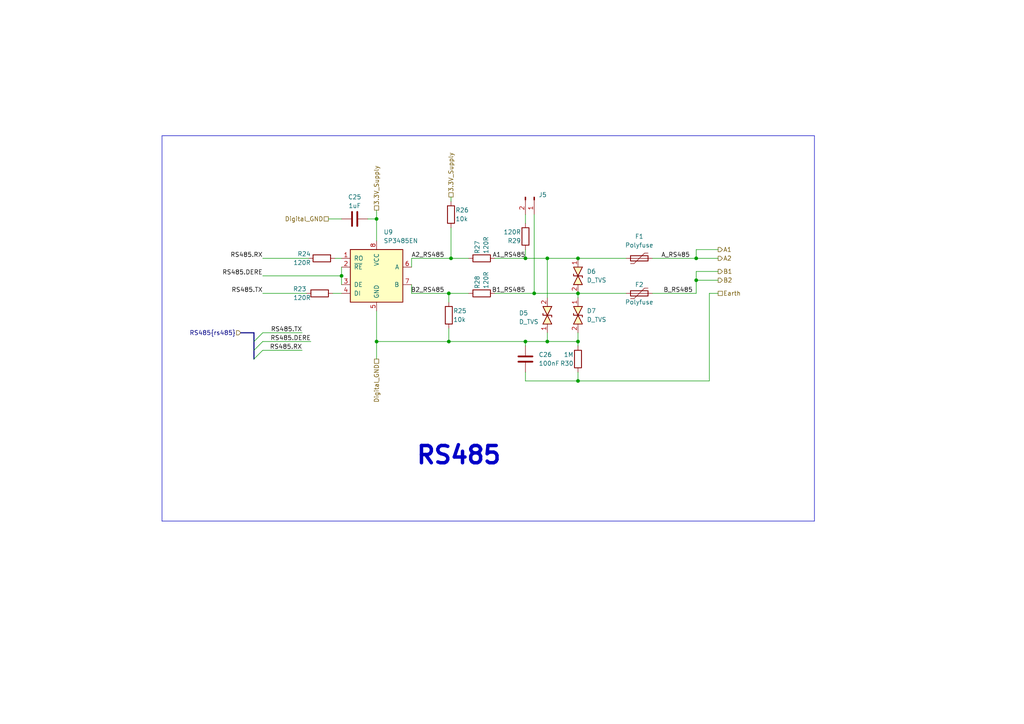
<source format=kicad_sch>
(kicad_sch (version 20231120) (generator "eeschema") (generator_version "8.0")
  (paper "A4")
  (lib_symbols
    (symbol "Connector:Conn_01x02_Male" (pin_names (offset 1.016) hide)
      (property "Reference" "J" (at 0 2.54 0))
      (property "Value" "Conn_01x02_Male" (at 0 -5.08 0))
      (symbol "Conn_01x02_Male_1_1"
        (polyline (pts (xy 1.27 -2.54) (xy 0.8636 -2.54)) (stroke (width 0.1524)))
        (polyline (pts (xy 1.27 0) (xy 0.8636 0)) (stroke (width 0.1524)))
        (rectangle (start 0.8636 -2.413) (end 0 -2.667) (stroke (width 0.1524)) (fill (type outline)))
        (rectangle (start 0.8636 0.127) (end 0 -0.127) (stroke (width 0.1524)) (fill (type outline)))
        (pin passive line (at 5.08 0 180) (length 3.81) (name "Pin_1") (number "1"))
        (pin passive line (at 5.08 -2.54 180) (length 3.81) (name "Pin_2") (number "2"))
      )
    )
    (symbol "Device:C" (pin_numbers hide) (pin_names (offset 0.254))
      (property "Reference" "C" (at 0.635 2.54 0))
      (property "Value" "C" (at 0.635 -2.54 0))
      (symbol "C_0_1"
        (polyline (pts (xy -2.032 -0.762) (xy 2.032 -0.762)) (stroke (width 0.508)))
        (polyline (pts (xy -2.032 0.762) (xy 2.032 0.762)) (stroke (width 0.508)))
      )
      (symbol "C_1_1"
        (pin passive line (at 0 3.81 270) (length 2.794) (name "~") (number "1"))
        (pin passive line (at 0 -3.81 90) (length 2.794) (name "~") (number "2"))
      )
    )
    (symbol "Device:Polyfuse" (pin_numbers hide) (pin_names (offset 0))
      (property "Reference" "F" (at -2.54 0 90))
      (property "Value" "Polyfuse" (at 2.54 0 90))
      (symbol "Polyfuse_0_1"
        (rectangle (start -0.762 2.54) (end 0.762 -2.54) (stroke (width 0.254)))
        (polyline (pts (xy 0 2.54) (xy 0 -2.54)))
        (polyline (pts (xy -1.524 2.54) (xy -1.524 1.524) (xy 1.524 -1.524) (xy 1.524 -2.54)))
      )
      (symbol "Polyfuse_1_1"
        (pin passive line (at 0 3.81 270) (length 1.27) (name "~") (number "1"))
        (pin passive line (at 0 -3.81 90) (length 1.27) (name "~") (number "2"))
      )
    )
    (symbol "Device:R" (pin_numbers hide) (pin_names (offset 0))
      (property "Reference" "R" (at 2.032 0 90))
      (property "Value" "R" (at 0 0 90))
      (symbol "R_0_1"
        (rectangle (start -1.016 -2.54) (end 1.016 2.54) (stroke (width 0.254)))
      )
      (symbol "R_1_1"
        (pin passive line (at 0 3.81 270) (length 1.27) (name "~") (number "1"))
        (pin passive line (at 0 -3.81 90) (length 1.27) (name "~") (number "2"))
      )
    )
    (symbol "IVS_SYMBOL_DIR:D_TVS"
      (property "Reference" "D" (at 0 2.286 0))
      (property "Value" "D_TVS" (at 0 -2.794 0))
      (symbol "D_TVS_0_1"
        (polyline (pts (xy -2.54 1.27) (xy 0 0) (xy -2.54 -1.27) (xy -2.54 1.27)) (stroke (width 0.254)) (fill (type background)))
        (polyline (pts (xy 0.508 1.27) (xy 0 1.27) (xy 0 -1.27) (xy -0.508 -1.27)) (stroke (width 0.254)))
        (polyline (pts (xy 2.54 -1.27) (xy 0 0) (xy 2.54 1.27) (xy 2.54 -1.27)) (stroke (width 0.254)) (fill (type background)))
      )
      (symbol "D_TVS_1_1"
        (pin passive line (at 5.08 0 180) (length 2.54) (name "") (number "1"))
        (pin passive line (at -5.08 0 0) (length 2.54) (name "") (number "2"))
      )
    )
    (symbol "Interface_UART:SP3485EN" (pin_names (offset 1.016))
      (property "Reference" "U" (at -7.62 8.89 0))
      (property "Value" "SP3485EN" (at 2.54 8.89 0))
      (symbol "SP3485EN_0_1"
        (rectangle (start -7.62 7.62) (end 7.62 -7.62) (stroke (width 0.254)) (fill (type background)))
      )
      (symbol "SP3485EN_1_1"
        (pin output line (at -10.16 5.08 0) (length 2.54) (name "RO") (number "1"))
        (pin input line (at -10.16 2.54 0) (length 2.54) (name "~{RE}") (number "2"))
        (pin input line (at -10.16 -2.54 0) (length 2.54) (name "DE") (number "3"))
        (pin input line (at -10.16 -5.08 0) (length 2.54) (name "DI") (number "4"))
        (pin power_in line (at 0 -10.16 90) (length 2.54) (name "GND") (number "5"))
        (pin bidirectional line (at 10.16 2.54 180) (length 2.54) (name "A") (number "6"))
        (pin bidirectional line (at 10.16 -2.54 180) (length 2.54) (name "B") (number "7"))
        (pin power_in line (at 0 10.16 270) (length 2.54) (name "VCC") (number "8"))
      )
    )
  )
  (junction (at 167.64 74.93))
  (junction (at 130.81 74.93))
  (junction (at 167.64 110.49))
  (junction (at 201.93 74.93))
  (junction (at 152.4 99.06))
  (junction (at 99.06 80.01))
  (junction (at 167.64 99.06))
  (junction (at 158.75 99.06))
  (junction (at 109.22 99.06))
  (junction (at 201.93 81.28))
  (junction (at 154.94 85.09))
  (junction (at 167.64 85.09))
  (junction (at 152.4 74.93))
  (junction (at 158.75 74.93))
  (junction (at 109.22 63.5))
  (junction (at 130.175 99.06))
  (junction (at 130.175 85.09))
  (bus_entry (at 76.2 96.52) (size -2.54 2.54))
  (bus_entry (at 76.2 99.06) (size -2.54 2.54))
  (bus_entry (at 76.2 101.6) (size -2.54 2.54))
  (wire (pts (xy 201.93 81.28) (xy 208.28 81.28)))
  (wire (pts (xy 76.2 96.52) (xy 87.63 96.52)))
  (wire (pts (xy 130.81 57.15) (xy 130.81 58.42)))
  (wire (pts (xy 152.4 72.39) (xy 152.4 74.93)))
  (polyline (pts (xy 46.99 151.13) (xy 236.22 151.13)))
  (wire (pts (xy 167.64 85.09) (xy 167.64 86.36)))
  (wire (pts (xy 119.38 74.93) (xy 130.81 74.93)))
  (wire (pts (xy 201.93 85.09) (xy 201.93 81.28)))
  (wire (pts (xy 130.81 66.04) (xy 130.81 74.93)))
  (wire (pts (xy 167.64 74.93) (xy 181.61 74.93)))
  (wire (pts (xy 152.4 110.49) (xy 167.64 110.49)))
  (wire (pts (xy 167.64 110.49) (xy 205.74 110.49)))
  (wire (pts (xy 130.81 74.93) (xy 135.89 74.93)))
  (wire (pts (xy 99.06 80.01) (xy 99.06 82.55)))
  (wire (pts (xy 97.155 74.93) (xy 99.06 74.93)))
  (wire (pts (xy 152.4 74.93) (xy 158.75 74.93)))
  (polyline (pts (xy 46.99 39.37) (xy 46.99 151.13)))
  (wire (pts (xy 143.51 74.93) (xy 152.4 74.93)))
  (wire (pts (xy 109.22 60.96) (xy 109.22 63.5)))
  (wire (pts (xy 95.25 63.5) (xy 99.06 63.5)))
  (wire (pts (xy 143.51 85.09) (xy 154.94 85.09)))
  (wire (pts (xy 106.68 63.5) (xy 109.22 63.5)))
  (wire (pts (xy 109.22 99.06) (xy 130.175 99.06)))
  (wire (pts (xy 205.74 110.49) (xy 205.74 85.09)))
  (wire (pts (xy 167.64 85.09) (xy 181.61 85.09)))
  (polyline (pts (xy 46.99 39.37) (xy 236.22 39.37)))
  (wire (pts (xy 119.38 82.55) (xy 119.38 85.09)))
  (wire (pts (xy 152.4 99.06) (xy 152.4 100.33)))
  (wire (pts (xy 119.38 77.47) (xy 119.38 74.93)))
  (wire (pts (xy 189.23 74.93) (xy 201.93 74.93)))
  (wire (pts (xy 130.175 85.09) (xy 130.175 87.63)))
  (bus (pts (xy 73.66 104.14) (xy 73.66 101.6)))
  (wire (pts (xy 99.06 77.47) (xy 99.06 80.01)))
  (wire (pts (xy 167.64 107.95) (xy 167.64 110.49)))
  (wire (pts (xy 130.175 99.06) (xy 152.4 99.06)))
  (wire (pts (xy 152.4 62.23) (xy 152.4 64.77)))
  (wire (pts (xy 189.23 85.09) (xy 201.93 85.09)))
  (wire (pts (xy 154.94 62.23) (xy 154.94 85.09)))
  (wire (pts (xy 76.2 101.6) (xy 87.63 101.6)))
  (wire (pts (xy 158.75 74.93) (xy 167.64 74.93)))
  (wire (pts (xy 208.28 72.39) (xy 201.93 72.39)))
  (wire (pts (xy 201.93 72.39) (xy 201.93 74.93)))
  (wire (pts (xy 76.2 85.09) (xy 88.9 85.09)))
  (wire (pts (xy 76.2 74.93) (xy 89.535 74.93)))
  (wire (pts (xy 158.75 96.52) (xy 158.75 99.06)))
  (wire (pts (xy 119.38 85.09) (xy 130.175 85.09)))
  (wire (pts (xy 205.74 85.09) (xy 208.28 85.09)))
  (wire (pts (xy 154.94 85.09) (xy 167.64 85.09)))
  (bus (pts (xy 73.66 99.06) (xy 73.66 96.52)))
  (wire (pts (xy 76.2 80.01) (xy 99.06 80.01)))
  (wire (pts (xy 109.22 99.06) (xy 109.22 90.17)))
  (wire (pts (xy 130.175 95.25) (xy 130.175 99.06)))
  (bus (pts (xy 69.85 96.52) (xy 73.66 96.52)))
  (wire (pts (xy 109.22 63.5) (xy 109.22 69.85)))
  (wire (pts (xy 152.4 107.95) (xy 152.4 110.49)))
  (wire (pts (xy 96.52 85.09) (xy 99.06 85.09)))
  (wire (pts (xy 76.2 99.06) (xy 90.17 99.06)))
  (wire (pts (xy 158.75 99.06) (xy 167.64 99.06)))
  (wire (pts (xy 201.93 74.93) (xy 208.28 74.93)))
  (wire (pts (xy 201.93 78.74) (xy 201.93 81.28)))
  (wire (pts (xy 167.64 99.06) (xy 167.64 100.33)))
  (wire (pts (xy 158.75 74.93) (xy 158.75 86.36)))
  (wire (pts (xy 109.22 99.06) (xy 109.22 104.14)))
  (wire (pts (xy 167.64 96.52) (xy 167.64 99.06)))
  (wire (pts (xy 152.4 99.06) (xy 158.75 99.06)))
  (polyline (pts (xy 236.22 151.13) (xy 236.22 39.37)))
  (wire (pts (xy 208.28 78.74) (xy 201.93 78.74)))
  (wire (pts (xy 130.175 85.09) (xy 135.89 85.09)))
  (bus (pts (xy 73.66 101.6) (xy 73.66 99.06)))
  (text "RS485" (at 120.396 135.128 0) (effects (font (size 5 5) (bold yes)) (justify left bottom)))
  (label "B2_RS485" (at 128.905 85.09 180))
  (label "B_RS485" (at 192.405 85.09 0))
  (label "RS485.RX" (at 87.63 101.6 180))
  (label "A_RS485" (at 191.77 74.93 0))
  (label "RS485.TX" (at 76.2 85.09 180))
  (label "RS485.RX" (at 76.2 74.93 180))
  (label "RS485.DERE" (at 90.17 99.06 180))
  (label "RS485.DERE" (at 76.2 80.01 180))
  (label "RS485.TX" (at 87.63 96.52 180))
  (label "A1_RS485" (at 152.4 74.93 180))
  (label "B1_RS485" (at 152.4 85.09 180))
  (label "A2_RS485" (at 128.905 74.93 180))
  (hierarchical_label "Digital_GND" (shape passive) (at 95.25 63.5 180))
  (hierarchical_label "A1" (shape output) (at 208.28 72.39 0))
  (hierarchical_label "3.3V_Supply" (shape passive) (at 130.81 57.15 90))
  (hierarchical_label "RS485{rs485}" (shape input) (at 69.85 96.52 180))
  (hierarchical_label "3.3V_Supply" (shape passive) (at 109.22 60.96 90))
  (hierarchical_label "A2" (shape output) (at 208.28 74.93 0))
  (hierarchical_label "B1" (shape output) (at 208.28 78.74 0))
  (hierarchical_label "Digital_GND" (shape passive) (at 109.22 104.14 270))
  (hierarchical_label "Earth" (shape passive) (at 208.28 85.09 0))
  (hierarchical_label "B2" (shape output) (at 208.28 81.28 0))
  (symbol (lib_id "Device:R") (at 139.7 85.09 90) (unit 1)
    (property "Reference" "R28" (at 138.43 83.82 0) (effects (justify left)))
    (property "Value" "120R" (at 140.97 83.82 0) (effects (justify left)))
    (property "Footprint" "IVS_FOOTPRINTS:R0603" (effects (hide yes)))
  )
  (symbol (lib_id "Device:C") (at 102.87 63.5 90) (unit 1)
    (property "Reference" "C25" (at 102.8763 57.15 90))
    (property "Value" "1uF" (at 102.8763 59.69 90))
    (property "Footprint" "IVS_FOOTPRINTS:C0603" (effects (hide yes)))
  )
  (symbol (lib_id "Device:R") (at 139.7 74.93 90) (unit 1)
    (property "Reference" "R27" (at 138.43 73.66 0) (effects (justify left)))
    (property "Value" "120R" (at 140.97 73.66 0) (effects (justify left)))
    (property "Footprint" "IVS_FOOTPRINTS:R0603" (effects (hide yes)))
  )
  (symbol (lib_id "IVS_SYMBOL_DIR:D_TVS") (at 167.64 91.44 90) (unit 1)
    (property "Reference" "D7" (at 170.18 90.1699 90) (effects (justify right)))
    (property "Value" "D_TVS" (at 170.18 92.7099 90) (effects (justify right)))
    (property "Footprint" "IVS_FOOTPRINTS:D_SMA" (effects (hide yes)))
  )
  (symbol (lib_id "Device:R") (at 130.175 91.44 0) (unit 1)
    (property "Reference" "R25" (at 131.445 90.17 0) (effects (justify left)))
    (property "Value" "10k" (at 131.445 92.71 0) (effects (justify left)))
    (property "Footprint" "IVS_FOOTPRINTS:R0603" (effects (hide yes)))
  )
  (symbol (lib_id "IVS_SYMBOL_DIR:D_TVS") (at 167.64 80.01 90) (unit 1)
    (property "Reference" "D6" (at 170.18 78.7399 90) (effects (justify right)))
    (property "Value" "D_TVS" (at 170.18 81.2799 90) (effects (justify right)))
    (property "Footprint" "IVS_FOOTPRINTS:D_SMA" (effects (hide yes)))
  )
  (symbol (lib_id "Device:R") (at 167.64 104.14 180) (unit 1)
    (property "Reference" "R30" (at 166.37 105.41 0) (effects (justify left)))
    (property "Value" "1M" (at 166.37 102.87 0) (effects (justify left)))
    (property "Footprint" "IVS_FOOTPRINTS:R0603" (effects (hide yes)))
  )
  (symbol (lib_id "Device:C") (at 152.4 104.14 180) (unit 1)
    (property "Reference" "C26" (at 156.21 102.8699 0) (effects (justify right)))
    (property "Value" "100nF" (at 156.21 105.4099 0) (effects (justify right)))
    (property "Footprint" "IVS_FOOTPRINTS:C0603" (effects (hide yes)))
  )
  (symbol (lib_id "Connector:Conn_01x02_Male") (at 154.94 57.15 270) (unit 1)
    (property "Reference" "J5" (at 156.21 56.5149 90) (effects (justify left)))
    (property "Value" "Conn_01x02_Male" (effects (hide yes)))
    (property "Footprint" "Connector_PinHeader_2.54mm:PinHeader_1x02_P2.54mm_Vertical" (effects (hide yes)))
  )
  (symbol (lib_id "Device:R") (at 92.71 85.09 90) (unit 1)
    (property "Reference" "R23" (at 88.9 83.82 90) (effects (justify left)))
    (property "Value" "120R" (at 90.17 86.36 90) (effects (justify left)))
    (property "Footprint" "IVS_FOOTPRINTS:R0603" (effects (hide yes)))
  )
  (symbol (lib_id "Device:Polyfuse") (at 185.42 85.09 90) (unit 1)
    (property "Reference" "F2" (at 185.42 82.55 90))
    (property "Value" "Polyfuse" (at 185.42 87.63 90))
    (property "Footprint" "IVS_FOOTPRINTS:Fuse_1812_4532Metric" (effects (hide yes)))
  )
  (symbol (lib_id "Device:Polyfuse") (at 185.42 74.93 90) (unit 1)
    (property "Reference" "F1" (at 185.42 68.58 90))
    (property "Value" "Polyfuse" (at 185.42 71.12 90))
    (property "Footprint" "IVS_FOOTPRINTS:Fuse_1812_4532Metric" (effects (hide yes)))
  )
  (symbol (lib_id "Device:R") (at 93.345 74.93 90) (unit 1)
    (property "Reference" "R24" (at 90.17 73.66 90) (effects (justify left)))
    (property "Value" "120R" (at 90.17 76.2 90) (effects (justify left)))
    (property "Footprint" "IVS_FOOTPRINTS:R0603" (effects (hide yes)))
  )
  (symbol (lib_id "IVS_SYMBOL_DIR:D_TVS") (at 158.75 91.44 270) (unit 1)
    (property "Reference" "D5" (at 150.495 90.805 90) (effects (justify left)))
    (property "Value" "D_TVS" (at 150.495 93.345 90) (effects (justify left)))
    (property "Footprint" "IVS_FOOTPRINTS:D_SMA" (effects (hide yes)))
  )
  (symbol (lib_id "Device:R") (at 130.81 62.23 0) (unit 1)
    (property "Reference" "R26" (at 132.08 60.96 0) (effects (justify left)))
    (property "Value" "10k" (at 132.08 63.5 0) (effects (justify left)))
    (property "Footprint" "IVS_FOOTPRINTS:R0603" (effects (hide yes)))
  )
  (symbol (lib_id "Device:R") (at 152.4 68.58 180) (unit 1)
    (property "Reference" "R29" (at 151.13 69.85 0) (effects (justify left)))
    (property "Value" "120R" (at 151.13 67.31 0) (effects (justify left)))
    (property "Footprint" "IVS_FOOTPRINTS:R0603" (effects (hide yes)))
  )
  (symbol (lib_id "Interface_UART:SP3485EN") (at 109.22 80.01 0) (unit 1)
    (property "Reference" "U9" (at 111.2394 67.31 0) (effects (justify left)))
    (property "Value" "SP3485EN" (at 111.2394 69.85 0) (effects (justify left)))
    (property "Footprint" "Package_SO:SOIC-8_3.9x4.9mm_P1.27mm" (effects (hide yes)))
    (property "Datasheet" "http://www.icbase.com/pdf/SPX/SPX00480106.pdf" (effects (hide yes)))
  )
)
</source>
